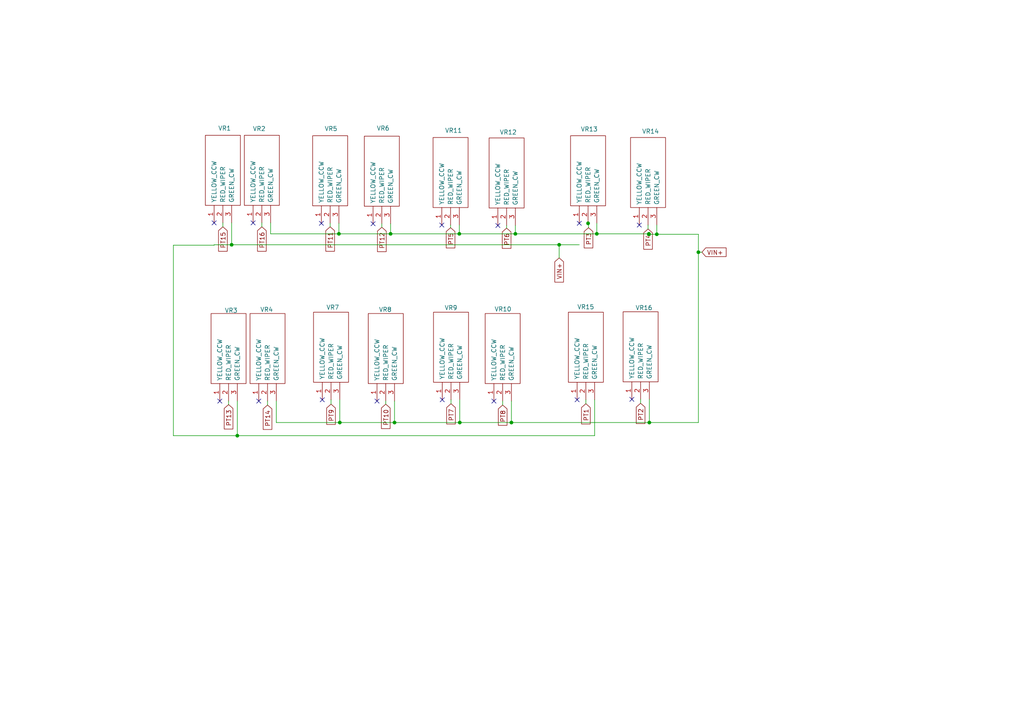
<source format=kicad_sch>
(kicad_sch (version 20211123) (generator eeschema)

  (uuid 2d72885e-c2bf-45ea-af0f-b23d215b9d25)

  (paper "A4")

  (lib_symbols
    (symbol "trimmer:3252W-1-503LF" (pin_names (offset 0.762)) (in_bom yes) (on_board yes)
      (property "Reference" "VR" (id 0) (at 26.67 7.62 0)
        (effects (font (size 1.27 1.27)) (justify left))
      )
      (property "Value" "3252W-1-503LF" (id 1) (at 26.67 5.08 0)
        (effects (font (size 1.27 1.27)) (justify left))
      )
      (property "Footprint" "3252W1503LF" (id 2) (at 26.67 2.54 0)
        (effects (font (size 1.27 1.27)) (justify left) hide)
      )
      (property "Datasheet" "https://www.bourns.com/pdfs/3252.pdf" (id 3) (at 26.67 0 0)
        (effects (font (size 1.27 1.27)) (justify left) hide)
      )
      (property "Description" "BOURNS - 3252W-1-503LF - TRIMMER, POTENTIOMETER, 50KOHM 25TURN TH" (id 4) (at 26.67 -2.54 0)
        (effects (font (size 1.27 1.27)) (justify left) hide)
      )
      (property "Height" "12.7" (id 5) (at 26.67 -5.08 0)
        (effects (font (size 1.27 1.27)) (justify left) hide)
      )
      (property "Manufacturer_Name" "Bourns" (id 6) (at 26.67 -7.62 0)
        (effects (font (size 1.27 1.27)) (justify left) hide)
      )
      (property "Manufacturer_Part_Number" "3252W-1-503LF" (id 7) (at 26.67 -10.16 0)
        (effects (font (size 1.27 1.27)) (justify left) hide)
      )
      (property "Mouser Part Number" "652-3252W-1-503LF" (id 8) (at 26.67 -12.7 0)
        (effects (font (size 1.27 1.27)) (justify left) hide)
      )
      (property "Mouser Price/Stock" "https://www.mouser.co.uk/ProductDetail/Bourns/3252W-1-503LF?qs=mR94Um7N%2F7aCbogdpEL4lQ%3D%3D" (id 9) (at 26.67 -15.24 0)
        (effects (font (size 1.27 1.27)) (justify left) hide)
      )
      (property "Arrow Part Number" "3252W-1-503LF" (id 10) (at 26.67 -17.78 0)
        (effects (font (size 1.27 1.27)) (justify left) hide)
      )
      (property "Arrow Price/Stock" "https://www.arrow.com/en/products/3252w-1-503lf/bourns" (id 11) (at 26.67 -20.32 0)
        (effects (font (size 1.27 1.27)) (justify left) hide)
      )
      (property "ki_description" "BOURNS - 3252W-1-503LF - TRIMMER, POTENTIOMETER, 50KOHM 25TURN TH" (id 12) (at 0 0 0)
        (effects (font (size 1.27 1.27)) hide)
      )
      (symbol "3252W-1-503LF_0_0"
        (pin passive line (at 0 0 0) (length 5.08)
          (name "YELLOW_CCW" (effects (font (size 1.27 1.27))))
          (number "1" (effects (font (size 1.27 1.27))))
        )
        (pin passive line (at 0 -2.54 0) (length 5.08)
          (name "RED_WIPER" (effects (font (size 1.27 1.27))))
          (number "2" (effects (font (size 1.27 1.27))))
        )
        (pin passive line (at 0 -5.08 0) (length 5.08)
          (name "GREEN_CW" (effects (font (size 1.27 1.27))))
          (number "3" (effects (font (size 1.27 1.27))))
        )
      )
      (symbol "3252W-1-503LF_0_1"
        (polyline
          (pts
            (xy 5.08 2.54)
            (xy 25.4 2.54)
            (xy 25.4 -7.62)
            (xy 5.08 -7.62)
            (xy 5.08 2.54)
          )
          (stroke (width 0.1524) (type default) (color 0 0 0 0))
          (fill (type none))
        )
      )
    )
  )

  (junction (at 114.427 122.555) (diameter 0) (color 0 0 0 0)
    (uuid 0c9e5c57-7f26-4043-9d24-2c54b66cd18b)
  )
  (junction (at 173.101 67.818) (diameter 0) (color 0 0 0 0)
    (uuid 1209638f-e15a-442e-bf79-0e56f0899bb6)
  )
  (junction (at 188.214 67.945) (diameter 0) (color 0 0 0 0)
    (uuid 24298eac-911b-4f87-9b0b-97341fe4e0d5)
  )
  (junction (at 98.552 122.555) (diameter 0) (color 0 0 0 0)
    (uuid 2c3e2ee2-d109-4e08-913a-27f8937870fd)
  )
  (junction (at 170.561 64.77) (diameter 0) (color 0 0 0 0)
    (uuid 3587bc16-b461-4434-a6b5-fcb195a392b7)
  )
  (junction (at 67.183 70.993) (diameter 0) (color 0 0 0 0)
    (uuid 516a6a53-3b28-4898-9fd1-5ceaf2969b8f)
  )
  (junction (at 98.298 67.818) (diameter 0) (color 0 0 0 0)
    (uuid 630aa7c5-2da7-475d-9b73-fb829e8f0856)
  )
  (junction (at 149.479 67.818) (diameter 0) (color 0 0 0 0)
    (uuid 64ce9d93-563c-4489-8ce7-fd744bbdcf9b)
  )
  (junction (at 162.179 70.993) (diameter 0) (color 0 0 0 0)
    (uuid 73168b4a-2372-4383-a016-89abfd833de8)
  )
  (junction (at 190.5 67.945) (diameter 0) (color 0 0 0 0)
    (uuid 77d19b7a-e39d-44b6-a4cb-c95cb26d4fdd)
  )
  (junction (at 188.341 122.555) (diameter 0) (color 0 0 0 0)
    (uuid 89ae8234-3caf-488f-8c06-6b036eab92e4)
  )
  (junction (at 113.284 67.818) (diameter 0) (color 0 0 0 0)
    (uuid 8a305908-e881-43c0-86be-82f31c76f115)
  )
  (junction (at 188.214 67.818) (diameter 0) (color 0 0 0 0)
    (uuid 8fa23a60-8b63-47ad-90c8-5c80ac836862)
  )
  (junction (at 133.223 67.818) (diameter 0) (color 0 0 0 0)
    (uuid adb8665d-afd7-455f-b680-3f55e0b5fd45)
  )
  (junction (at 148.336 122.555) (diameter 0) (color 0 0 0 0)
    (uuid c95e9887-ebf3-4e31-946c-ee49162eb8f7)
  )
  (junction (at 202.565 73.152) (diameter 0) (color 0 0 0 0)
    (uuid d9b3b3c3-9847-4a99-80a7-718941cfe89d)
  )
  (junction (at 133.35 122.555) (diameter 0) (color 0 0 0 0)
    (uuid ebf83e93-4020-4dfd-b742-c8dffee2d027)
  )
  (junction (at 68.834 126.365) (diameter 0) (color 0 0 0 0)
    (uuid ed1b8ead-5819-4c97-86c3-446cdf2603bd)
  )

  (no_connect (at 183.261 115.824) (uuid a25011a6-3baf-4a9e-8941-44fd674a7b2d))
  (no_connect (at 167.386 115.951) (uuid a25011a6-3baf-4a9e-8941-44fd674a7b2e))
  (no_connect (at 168.021 64.77) (uuid a25011a6-3baf-4a9e-8941-44fd674a7b2f))
  (no_connect (at 143.256 116.332) (uuid a25011a6-3baf-4a9e-8941-44fd674a7b30))
  (no_connect (at 144.399 65.405) (uuid a25011a6-3baf-4a9e-8941-44fd674a7b31))
  (no_connect (at 128.143 65.278) (uuid a25011a6-3baf-4a9e-8941-44fd674a7b32))
  (no_connect (at 185.42 65.278) (uuid a25011a6-3baf-4a9e-8941-44fd674a7b33))
  (no_connect (at 128.27 115.951) (uuid a25011a6-3baf-4a9e-8941-44fd674a7b34))
  (no_connect (at 75.057 116.332) (uuid a25011a6-3baf-4a9e-8941-44fd674a7b35))
  (no_connect (at 63.754 116.332) (uuid a25011a6-3baf-4a9e-8941-44fd674a7b36))
  (no_connect (at 109.347 116.332) (uuid a25011a6-3baf-4a9e-8941-44fd674a7b37))
  (no_connect (at 93.472 115.951) (uuid a25011a6-3baf-4a9e-8941-44fd674a7b38))
  (no_connect (at 62.103 64.643) (uuid a25011a6-3baf-4a9e-8941-44fd674a7b39))
  (no_connect (at 73.406 64.643) (uuid a25011a6-3baf-4a9e-8941-44fd674a7b3a))
  (no_connect (at 108.204 64.897) (uuid a25011a6-3baf-4a9e-8941-44fd674a7b3b))
  (no_connect (at 93.218 64.77) (uuid a25011a6-3baf-4a9e-8941-44fd674a7b3c))

  (wire (pts (xy 172.466 126.365) (xy 172.466 115.951))
    (stroke (width 0) (type default) (color 0 0 0 0))
    (uuid 05d5a887-8483-4c16-a0ec-056d53f4c3ec)
  )
  (wire (pts (xy 68.834 116.332) (xy 68.834 126.365))
    (stroke (width 0) (type default) (color 0 0 0 0))
    (uuid 05e09033-57d2-413c-9d93-6e7ac455b667)
  )
  (wire (pts (xy 68.834 126.365) (xy 172.466 126.365))
    (stroke (width 0) (type default) (color 0 0 0 0))
    (uuid 0a731020-e529-4169-8fc5-a2121246a97f)
  )
  (wire (pts (xy 173.101 67.818) (xy 188.214 67.818))
    (stroke (width 0) (type default) (color 0 0 0 0))
    (uuid 0a79a4ae-2aab-4a1c-a264-6d1ffa5e3018)
  )
  (wire (pts (xy 162.179 70.993) (xy 162.179 74.803))
    (stroke (width 0) (type default) (color 0 0 0 0))
    (uuid 0d5d8e10-d82f-49d0-b6d4-c32b649b3a76)
  )
  (wire (pts (xy 110.744 64.897) (xy 110.744 65.913))
    (stroke (width 0) (type default) (color 0 0 0 0))
    (uuid 10ff78b8-dc04-497a-b0af-650b864fb595)
  )
  (wire (pts (xy 169.926 115.951) (xy 169.926 117.094))
    (stroke (width 0) (type default) (color 0 0 0 0))
    (uuid 176e266b-af3d-4c6f-8333-4a862905a8ef)
  )
  (wire (pts (xy 130.81 115.951) (xy 130.81 117.094))
    (stroke (width 0) (type default) (color 0 0 0 0))
    (uuid 1e236586-c66f-412e-91b3-7895b50e00bf)
  )
  (wire (pts (xy 133.35 115.951) (xy 133.35 122.555))
    (stroke (width 0) (type default) (color 0 0 0 0))
    (uuid 23c214ba-00ac-48cf-92b3-b99e400412b8)
  )
  (wire (pts (xy 162.179 70.993) (xy 168.021 70.993))
    (stroke (width 0) (type default) (color 0 0 0 0))
    (uuid 256ced8d-05ed-4644-a3dd-d53f23635d63)
  )
  (wire (pts (xy 188.214 67.945) (xy 190.5 67.945))
    (stroke (width 0) (type default) (color 0 0 0 0))
    (uuid 26d013ab-4777-41c1-9a4c-dc939a53ad72)
  )
  (wire (pts (xy 148.336 122.555) (xy 188.341 122.555))
    (stroke (width 0) (type default) (color 0 0 0 0))
    (uuid 2cf01c24-e996-42b9-9bf5-e2c7514b5d7d)
  )
  (wire (pts (xy 133.35 122.555) (xy 148.336 122.555))
    (stroke (width 0) (type default) (color 0 0 0 0))
    (uuid 2f2b215e-441b-48da-ab38-07cdc32020b6)
  )
  (wire (pts (xy 50.292 71.12) (xy 50.292 126.365))
    (stroke (width 0) (type default) (color 0 0 0 0))
    (uuid 3213dd14-46de-4966-b768-7c12fb827b19)
  )
  (wire (pts (xy 77.597 116.332) (xy 77.597 117.475))
    (stroke (width 0) (type default) (color 0 0 0 0))
    (uuid 3614cd89-9ecf-4dc0-ab32-85a3ec7d9fa5)
  )
  (wire (pts (xy 114.427 116.332) (xy 114.427 122.555))
    (stroke (width 0) (type default) (color 0 0 0 0))
    (uuid 3a792986-4f0a-4dd9-81d2-ccb5581dff29)
  )
  (wire (pts (xy 149.479 67.818) (xy 149.479 65.405))
    (stroke (width 0) (type default) (color 0 0 0 0))
    (uuid 3fb61605-503c-4bd6-a325-a63b0eeb49da)
  )
  (wire (pts (xy 187.96 65.278) (xy 187.96 66.421))
    (stroke (width 0) (type default) (color 0 0 0 0))
    (uuid 4495d71f-7cf2-4937-a5f4-d2fcb57ef849)
  )
  (wire (pts (xy 145.796 116.332) (xy 145.796 117.475))
    (stroke (width 0) (type default) (color 0 0 0 0))
    (uuid 5003e115-7231-46b3-93d9-c2267ed5a1ff)
  )
  (wire (pts (xy 202.565 73.152) (xy 202.565 122.555))
    (stroke (width 0) (type default) (color 0 0 0 0))
    (uuid 5055e845-181c-42ce-88d9-bf48dddee763)
  )
  (wire (pts (xy 67.183 70.993) (xy 162.179 70.993))
    (stroke (width 0) (type default) (color 0 0 0 0))
    (uuid 50a5d536-de63-40c1-89ce-769c16884b31)
  )
  (wire (pts (xy 80.137 122.555) (xy 98.552 122.555))
    (stroke (width 0) (type default) (color 0 0 0 0))
    (uuid 5330c801-6636-401d-885e-8469495fe485)
  )
  (wire (pts (xy 62.103 70.993) (xy 67.183 70.993))
    (stroke (width 0) (type default) (color 0 0 0 0))
    (uuid 559c01e0-4ed6-4792-925b-9e325c0b7002)
  )
  (wire (pts (xy 64.643 64.643) (xy 64.643 65.786))
    (stroke (width 0) (type default) (color 0 0 0 0))
    (uuid 55f1c58b-815c-45e4-a50e-b796eaffbfe0)
  )
  (wire (pts (xy 130.683 65.278) (xy 130.683 66.04))
    (stroke (width 0) (type default) (color 0 0 0 0))
    (uuid 564db2a4-9240-4456-9198-f81b61197b55)
  )
  (wire (pts (xy 67.183 64.643) (xy 67.183 70.993))
    (stroke (width 0) (type default) (color 0 0 0 0))
    (uuid 56f99eb2-3b91-4366-a1d9-7a103d3cc463)
  )
  (wire (pts (xy 62.103 71.12) (xy 50.292 71.12))
    (stroke (width 0) (type default) (color 0 0 0 0))
    (uuid 5ad2ffae-c20a-435f-b43c-8fa1aa859efe)
  )
  (wire (pts (xy 80.137 116.332) (xy 80.137 122.555))
    (stroke (width 0) (type default) (color 0 0 0 0))
    (uuid 5bceac66-2968-43c6-aba8-25b8f1d5363c)
  )
  (wire (pts (xy 202.565 73.152) (xy 203.581 73.152))
    (stroke (width 0) (type default) (color 0 0 0 0))
    (uuid 60f9c3fc-08ba-4fe8-a155-9fa5a6bba730)
  )
  (wire (pts (xy 98.298 64.77) (xy 98.298 67.818))
    (stroke (width 0) (type default) (color 0 0 0 0))
    (uuid 66b7fcff-b789-4aed-b54b-a382cf7f55cc)
  )
  (wire (pts (xy 113.284 64.897) (xy 113.284 67.818))
    (stroke (width 0) (type default) (color 0 0 0 0))
    (uuid 6b7b01ae-15ab-499e-92e8-ef2028843534)
  )
  (wire (pts (xy 188.341 115.824) (xy 188.341 122.555))
    (stroke (width 0) (type default) (color 0 0 0 0))
    (uuid 714f9cb8-a244-4670-a7fe-6b7565e920da)
  )
  (wire (pts (xy 50.292 126.365) (xy 68.834 126.365))
    (stroke (width 0) (type default) (color 0 0 0 0))
    (uuid 765e5948-06d6-4e70-b400-2c819dcb274b)
  )
  (wire (pts (xy 66.294 116.332) (xy 66.294 117.348))
    (stroke (width 0) (type default) (color 0 0 0 0))
    (uuid 7db4987e-7ffd-439c-828e-d22b66245b50)
  )
  (wire (pts (xy 62.103 70.993) (xy 62.103 71.12))
    (stroke (width 0) (type default) (color 0 0 0 0))
    (uuid 7e1cffcc-17c4-4fba-a386-f0983a5caf5d)
  )
  (wire (pts (xy 148.336 116.332) (xy 148.336 122.555))
    (stroke (width 0) (type default) (color 0 0 0 0))
    (uuid 8497b9be-21a4-4331-8176-8c2b02e66166)
  )
  (wire (pts (xy 114.427 122.555) (xy 133.35 122.555))
    (stroke (width 0) (type default) (color 0 0 0 0))
    (uuid 886fdb7c-e153-49bc-8b2d-a01625bac96b)
  )
  (wire (pts (xy 111.887 116.332) (xy 111.887 117.221))
    (stroke (width 0) (type default) (color 0 0 0 0))
    (uuid 88c9507a-2a83-4a19-9b2f-063c2ae893b6)
  )
  (wire (pts (xy 75.946 64.643) (xy 75.946 65.786))
    (stroke (width 0) (type default) (color 0 0 0 0))
    (uuid 89eec31c-c380-41d9-99a4-42341251cc42)
  )
  (wire (pts (xy 98.298 67.818) (xy 113.284 67.818))
    (stroke (width 0) (type default) (color 0 0 0 0))
    (uuid 9561b3c8-bf7b-4dfc-8a51-f5085bfa9715)
  )
  (wire (pts (xy 95.758 64.77) (xy 95.758 65.786))
    (stroke (width 0) (type default) (color 0 0 0 0))
    (uuid 96f1044c-ff78-4599-9be0-3d39fa0b4a87)
  )
  (wire (pts (xy 188.214 67.818) (xy 188.214 67.945))
    (stroke (width 0) (type default) (color 0 0 0 0))
    (uuid 999e66c8-ccf2-4192-a428-7ef6a9d9a0f6)
  )
  (wire (pts (xy 149.479 67.818) (xy 173.101 67.818))
    (stroke (width 0) (type default) (color 0 0 0 0))
    (uuid 9ae85a8a-51ac-4ad5-974a-09515fd6e05c)
  )
  (wire (pts (xy 190.5 67.945) (xy 202.565 67.945))
    (stroke (width 0) (type default) (color 0 0 0 0))
    (uuid a14c246d-7dd7-4ee7-ad1d-013ff4026aaa)
  )
  (wire (pts (xy 113.284 67.818) (xy 133.223 67.818))
    (stroke (width 0) (type default) (color 0 0 0 0))
    (uuid a5804fb9-8f73-4439-bd23-00841293202c)
  )
  (wire (pts (xy 202.565 122.555) (xy 188.341 122.555))
    (stroke (width 0) (type default) (color 0 0 0 0))
    (uuid a6d69f91-996c-4c6f-b37f-d97c7d542e63)
  )
  (wire (pts (xy 133.223 67.818) (xy 149.479 67.818))
    (stroke (width 0) (type default) (color 0 0 0 0))
    (uuid ae463415-34b0-422b-a68b-5bd5e333db50)
  )
  (wire (pts (xy 133.223 65.278) (xy 133.223 67.818))
    (stroke (width 0) (type default) (color 0 0 0 0))
    (uuid c3ad3788-f36b-484c-8252-fd09fb229e7c)
  )
  (wire (pts (xy 78.486 64.643) (xy 78.486 67.818))
    (stroke (width 0) (type default) (color 0 0 0 0))
    (uuid c83f35f8-e49f-48b0-a02b-42f196e0d71d)
  )
  (wire (pts (xy 170.688 66.04) (xy 170.688 64.77))
    (stroke (width 0) (type default) (color 0 0 0 0))
    (uuid cb8de035-ed06-4976-9735-5ec9b126adfe)
  )
  (wire (pts (xy 78.486 67.818) (xy 98.298 67.818))
    (stroke (width 0) (type default) (color 0 0 0 0))
    (uuid d0eb80bd-e8a3-43d3-b1ba-d44b6e50f949)
  )
  (wire (pts (xy 190.5 65.278) (xy 190.5 67.945))
    (stroke (width 0) (type default) (color 0 0 0 0))
    (uuid decdd8fa-a8a3-4ae0-a56e-a0fdb03af4c3)
  )
  (wire (pts (xy 96.012 115.951) (xy 96.012 117.221))
    (stroke (width 0) (type default) (color 0 0 0 0))
    (uuid ed36d888-5331-4534-8c89-871e6af2d57e)
  )
  (wire (pts (xy 146.939 65.405) (xy 146.939 66.167))
    (stroke (width 0) (type default) (color 0 0 0 0))
    (uuid f0ff33a9-5f12-494f-9c44-416b33acc3a7)
  )
  (wire (pts (xy 185.801 115.824) (xy 185.801 116.967))
    (stroke (width 0) (type default) (color 0 0 0 0))
    (uuid f219313a-1e51-465e-95d4-49902f6b3844)
  )
  (wire (pts (xy 98.552 115.951) (xy 98.552 122.555))
    (stroke (width 0) (type default) (color 0 0 0 0))
    (uuid f3a9e11d-1266-43a1-b41c-4547cd0a0b6d)
  )
  (wire (pts (xy 170.688 64.77) (xy 170.561 64.77))
    (stroke (width 0) (type default) (color 0 0 0 0))
    (uuid f3b9d2ef-c977-4cdb-bf9e-a418deb3d5e0)
  )
  (wire (pts (xy 202.565 67.945) (xy 202.565 73.152))
    (stroke (width 0) (type default) (color 0 0 0 0))
    (uuid f8f067f1-ba3b-4fa3-a444-6e27bdfa0adb)
  )
  (wire (pts (xy 98.552 122.555) (xy 114.427 122.555))
    (stroke (width 0) (type default) (color 0 0 0 0))
    (uuid fbe2c2e7-ede7-4256-b595-1ed7cf4aa428)
  )
  (wire (pts (xy 173.101 64.77) (xy 173.101 67.818))
    (stroke (width 0) (type default) (color 0 0 0 0))
    (uuid fd962795-b6c9-4dca-8d47-c8f3192550b8)
  )

  (global_label "VIN+" (shape input) (at 203.581 73.152 0) (fields_autoplaced)
    (effects (font (size 1.27 1.27)) (justify left))
    (uuid 16b07789-d0a3-4606-89ed-bbdd24b4add8)
    (property "Intersheet References" "${INTERSHEET_REFS}" (id 0) (at 210.5903 73.0726 0)
      (effects (font (size 1.27 1.27)) (justify left) hide)
    )
  )
  (global_label "VIN+" (shape input) (at 162.179 74.803 270) (fields_autoplaced)
    (effects (font (size 1.27 1.27)) (justify right))
    (uuid 29d9b000-3547-484c-b648-505036dbb3b4)
    (property "Intersheet References" "${INTERSHEET_REFS}" (id 0) (at 162.2584 81.8123 90)
      (effects (font (size 1.27 1.27)) (justify right) hide)
    )
  )
  (global_label "PT11" (shape input) (at 95.758 65.786 270) (fields_autoplaced)
    (effects (font (size 1.27 1.27)) (justify right))
    (uuid 36fc6686-16c5-4c86-a670-e85728acbdb9)
    (property "Intersheet References" "${INTERSHEET_REFS}" (id 0) (at 95.6786 72.8558 90)
      (effects (font (size 1.27 1.27)) (justify right) hide)
    )
  )
  (global_label "PT5" (shape input) (at 130.683 66.04 270) (fields_autoplaced)
    (effects (font (size 1.27 1.27)) (justify right))
    (uuid 5237de27-1dc9-4925-bac0-aafac08649db)
    (property "Intersheet References" "${INTERSHEET_REFS}" (id 0) (at 130.6036 71.9002 90)
      (effects (font (size 1.27 1.27)) (justify right) hide)
    )
  )
  (global_label "PT7" (shape input) (at 130.81 117.094 270) (fields_autoplaced)
    (effects (font (size 1.27 1.27)) (justify right))
    (uuid 60b9bb9b-f3c8-47e8-a5de-0da587a2838f)
    (property "Intersheet References" "${INTERSHEET_REFS}" (id 0) (at 130.7306 122.9542 90)
      (effects (font (size 1.27 1.27)) (justify right) hide)
    )
  )
  (global_label "PT3" (shape input) (at 170.688 66.04 270) (fields_autoplaced)
    (effects (font (size 1.27 1.27)) (justify right))
    (uuid 680a4773-1fca-44ad-9986-38683ca39c7e)
    (property "Intersheet References" "${INTERSHEET_REFS}" (id 0) (at 170.6086 71.9002 90)
      (effects (font (size 1.27 1.27)) (justify right) hide)
    )
  )
  (global_label "PT6" (shape input) (at 146.939 66.167 270) (fields_autoplaced)
    (effects (font (size 1.27 1.27)) (justify right))
    (uuid 6f9f070b-3470-44e2-8f58-21a20f800bbc)
    (property "Intersheet References" "${INTERSHEET_REFS}" (id 0) (at 146.8596 72.0272 90)
      (effects (font (size 1.27 1.27)) (justify right) hide)
    )
  )
  (global_label "PT16" (shape input) (at 75.946 65.786 270) (fields_autoplaced)
    (effects (font (size 1.27 1.27)) (justify right))
    (uuid 7551c19f-1ef6-4190-be35-d89f4bc2685b)
    (property "Intersheet References" "${INTERSHEET_REFS}" (id 0) (at 75.8666 72.8558 90)
      (effects (font (size 1.27 1.27)) (justify right) hide)
    )
  )
  (global_label "PT13" (shape input) (at 66.294 117.348 270) (fields_autoplaced)
    (effects (font (size 1.27 1.27)) (justify right))
    (uuid 80248707-0a8d-45a2-93ad-1051adfb898e)
    (property "Intersheet References" "${INTERSHEET_REFS}" (id 0) (at 66.2146 124.4178 90)
      (effects (font (size 1.27 1.27)) (justify right) hide)
    )
  )
  (global_label "PT10" (shape input) (at 111.887 117.221 270) (fields_autoplaced)
    (effects (font (size 1.27 1.27)) (justify right))
    (uuid 84ae91a0-6bcc-4dd3-96f4-69251d2571d2)
    (property "Intersheet References" "${INTERSHEET_REFS}" (id 0) (at 111.8076 124.2908 90)
      (effects (font (size 1.27 1.27)) (justify right) hide)
    )
  )
  (global_label "PT4" (shape input) (at 187.96 66.421 270) (fields_autoplaced)
    (effects (font (size 1.27 1.27)) (justify right))
    (uuid 886f5e30-3ec8-412d-b990-8617db33def6)
    (property "Intersheet References" "${INTERSHEET_REFS}" (id 0) (at 187.8806 72.2812 90)
      (effects (font (size 1.27 1.27)) (justify right) hide)
    )
  )
  (global_label "PT15" (shape input) (at 64.643 65.786 270) (fields_autoplaced)
    (effects (font (size 1.27 1.27)) (justify right))
    (uuid 93c5c7f0-2dc6-44ec-b1a6-86f5eb618e7d)
    (property "Intersheet References" "${INTERSHEET_REFS}" (id 0) (at 64.5636 72.8558 90)
      (effects (font (size 1.27 1.27)) (justify right) hide)
    )
  )
  (global_label "PT14" (shape input) (at 77.597 117.475 270) (fields_autoplaced)
    (effects (font (size 1.27 1.27)) (justify right))
    (uuid 97651827-cdef-45f0-9cb8-de3cdc699a4e)
    (property "Intersheet References" "${INTERSHEET_REFS}" (id 0) (at 77.5176 124.5448 90)
      (effects (font (size 1.27 1.27)) (justify right) hide)
    )
  )
  (global_label "PT8" (shape input) (at 145.796 117.475 270) (fields_autoplaced)
    (effects (font (size 1.27 1.27)) (justify right))
    (uuid a48f26a0-7709-4f63-bae8-7a05c4e18a8c)
    (property "Intersheet References" "${INTERSHEET_REFS}" (id 0) (at 145.7166 123.3352 90)
      (effects (font (size 1.27 1.27)) (justify right) hide)
    )
  )
  (global_label "PT2" (shape input) (at 185.801 116.967 270) (fields_autoplaced)
    (effects (font (size 1.27 1.27)) (justify right))
    (uuid a4a447c3-5713-4c49-a96e-11888818aa27)
    (property "Intersheet References" "${INTERSHEET_REFS}" (id 0) (at 185.7216 122.8272 90)
      (effects (font (size 1.27 1.27)) (justify right) hide)
    )
  )
  (global_label "PT1" (shape input) (at 169.926 117.094 270) (fields_autoplaced)
    (effects (font (size 1.27 1.27)) (justify right))
    (uuid adfa4838-685a-4725-99ae-0e0e13b5f1a6)
    (property "Intersheet References" "${INTERSHEET_REFS}" (id 0) (at 169.8466 122.9542 90)
      (effects (font (size 1.27 1.27)) (justify right) hide)
    )
  )
  (global_label "PT12" (shape input) (at 110.744 65.913 270) (fields_autoplaced)
    (effects (font (size 1.27 1.27)) (justify right))
    (uuid e2b4b49b-0ee9-47b4-83e0-1ee8dbd4b142)
    (property "Intersheet References" "${INTERSHEET_REFS}" (id 0) (at 110.6646 72.9828 90)
      (effects (font (size 1.27 1.27)) (justify right) hide)
    )
  )
  (global_label "PT9" (shape input) (at 96.012 117.221 270) (fields_autoplaced)
    (effects (font (size 1.27 1.27)) (justify right))
    (uuid fc02a893-835c-4827-83e2-8cb7a1d42bda)
    (property "Intersheet References" "${INTERSHEET_REFS}" (id 0) (at 95.9326 123.0812 90)
      (effects (font (size 1.27 1.27)) (justify right) hide)
    )
  )

  (symbol (lib_id "trimmer:3252W-1-503LF") (at 183.261 115.824 90) (unit 1)
    (in_bom yes) (on_board yes)
    (uuid 03f0df15-1c3a-4718-95cf-dd0f05521a72)
    (property "Reference" "VR16" (id 0) (at 184.277 89.281 90)
      (effects (font (size 1.27 1.27)) (justify right))
    )
    (property "Value" "3252W-1-503LF" (id 1) (at 191.77 101.8539 90)
      (effects (font (size 1.27 1.27)) (justify right) hide)
    )
    (property "Footprint" "Audio_Module:3252W1503LF" (id 2) (at 180.721 89.154 0)
      (effects (font (size 1.27 1.27)) (justify left) hide)
    )
    (property "Datasheet" "https://www.bourns.com/pdfs/3252.pdf" (id 3) (at 183.261 89.154 0)
      (effects (font (size 1.27 1.27)) (justify left) hide)
    )
    (property "Description" "BOURNS - 3252W-1-503LF - TRIMMER, POTENTIOMETER, 50KOHM 25TURN TH" (id 4) (at 185.801 89.154 0)
      (effects (font (size 1.27 1.27)) (justify left) hide)
    )
    (property "Height" "12.7" (id 5) (at 188.341 89.154 0)
      (effects (font (size 1.27 1.27)) (justify left) hide)
    )
    (property "Manufacturer_Name" "Bourns" (id 6) (at 190.881 89.154 0)
      (effects (font (size 1.27 1.27)) (justify left) hide)
    )
    (property "Manufacturer_Part_Number" "3252W-1-503LF" (id 7) (at 193.421 89.154 0)
      (effects (font (size 1.27 1.27)) (justify left) hide)
    )
    (property "Mouser Part Number" "652-3252W-1-503LF" (id 8) (at 195.961 89.154 0)
      (effects (font (size 1.27 1.27)) (justify left) hide)
    )
    (property "Mouser Price/Stock" "https://www.mouser.co.uk/ProductDetail/Bourns/3252W-1-503LF?qs=mR94Um7N%2F7aCbogdpEL4lQ%3D%3D" (id 9) (at 198.501 89.154 0)
      (effects (font (size 1.27 1.27)) (justify left) hide)
    )
    (property "Arrow Part Number" "3252W-1-503LF" (id 10) (at 201.041 89.154 0)
      (effects (font (size 1.27 1.27)) (justify left) hide)
    )
    (property "Arrow Price/Stock" "https://www.arrow.com/en/products/3252w-1-503lf/bourns" (id 11) (at 203.581 89.154 0)
      (effects (font (size 1.27 1.27)) (justify left) hide)
    )
    (pin "1" (uuid fb2ddb78-9ed2-4a2e-afa2-a0b96280d623))
    (pin "2" (uuid 96890646-9b02-4188-95ce-cfea68346ba5))
    (pin "3" (uuid b090e785-24f9-4049-b96f-bcb59fde3e65))
  )

  (symbol (lib_id "trimmer:3252W-1-503LF") (at 128.27 115.951 90) (unit 1)
    (in_bom yes) (on_board yes)
    (uuid 0432bb69-d622-458b-8a94-71df46a9b1e0)
    (property "Reference" "VR9" (id 0) (at 128.905 89.281 90)
      (effects (font (size 1.27 1.27)) (justify right))
    )
    (property "Value" "3252W-1-503LF" (id 1) (at 136.779 101.9809 90)
      (effects (font (size 1.27 1.27)) (justify right) hide)
    )
    (property "Footprint" "Audio_Module:3252W1503LF" (id 2) (at 125.73 89.281 0)
      (effects (font (size 1.27 1.27)) (justify left) hide)
    )
    (property "Datasheet" "https://www.bourns.com/pdfs/3252.pdf" (id 3) (at 128.27 89.281 0)
      (effects (font (size 1.27 1.27)) (justify left) hide)
    )
    (property "Description" "BOURNS - 3252W-1-503LF - TRIMMER, POTENTIOMETER, 50KOHM 25TURN TH" (id 4) (at 130.81 89.281 0)
      (effects (font (size 1.27 1.27)) (justify left) hide)
    )
    (property "Height" "12.7" (id 5) (at 133.35 89.281 0)
      (effects (font (size 1.27 1.27)) (justify left) hide)
    )
    (property "Manufacturer_Name" "Bourns" (id 6) (at 135.89 89.281 0)
      (effects (font (size 1.27 1.27)) (justify left) hide)
    )
    (property "Manufacturer_Part_Number" "3252W-1-503LF" (id 7) (at 138.43 89.281 0)
      (effects (font (size 1.27 1.27)) (justify left) hide)
    )
    (property "Mouser Part Number" "652-3252W-1-503LF" (id 8) (at 140.97 89.281 0)
      (effects (font (size 1.27 1.27)) (justify left) hide)
    )
    (property "Mouser Price/Stock" "https://www.mouser.co.uk/ProductDetail/Bourns/3252W-1-503LF?qs=mR94Um7N%2F7aCbogdpEL4lQ%3D%3D" (id 9) (at 143.51 89.281 0)
      (effects (font (size 1.27 1.27)) (justify left) hide)
    )
    (property "Arrow Part Number" "3252W-1-503LF" (id 10) (at 146.05 89.281 0)
      (effects (font (size 1.27 1.27)) (justify left) hide)
    )
    (property "Arrow Price/Stock" "https://www.arrow.com/en/products/3252w-1-503lf/bourns" (id 11) (at 148.59 89.281 0)
      (effects (font (size 1.27 1.27)) (justify left) hide)
    )
    (pin "1" (uuid ad86980e-a607-490c-b7e5-aeafcd07f94b))
    (pin "2" (uuid 053a5c9d-e86b-4786-9444-0c0773c34747))
    (pin "3" (uuid 95e51bc0-14a9-4478-b33e-d74083b54001))
  )

  (symbol (lib_id "trimmer:3252W-1-503LF") (at 75.057 116.332 90) (unit 1)
    (in_bom yes) (on_board yes)
    (uuid 41a0d8fe-0e47-48c1-9ed1-b138a007693e)
    (property "Reference" "VR4" (id 0) (at 75.438 89.789 90)
      (effects (font (size 1.27 1.27)) (justify right))
    )
    (property "Value" "3252W-1-503LF" (id 1) (at 83.566 102.3619 90)
      (effects (font (size 1.27 1.27)) (justify right) hide)
    )
    (property "Footprint" "Audio_Module:3252W1503LF" (id 2) (at 72.517 89.662 0)
      (effects (font (size 1.27 1.27)) (justify left) hide)
    )
    (property "Datasheet" "https://www.bourns.com/pdfs/3252.pdf" (id 3) (at 75.057 89.662 0)
      (effects (font (size 1.27 1.27)) (justify left) hide)
    )
    (property "Description" "BOURNS - 3252W-1-503LF - TRIMMER, POTENTIOMETER, 50KOHM 25TURN TH" (id 4) (at 77.597 89.662 0)
      (effects (font (size 1.27 1.27)) (justify left) hide)
    )
    (property "Height" "12.7" (id 5) (at 80.137 89.662 0)
      (effects (font (size 1.27 1.27)) (justify left) hide)
    )
    (property "Manufacturer_Name" "Bourns" (id 6) (at 82.677 89.662 0)
      (effects (font (size 1.27 1.27)) (justify left) hide)
    )
    (property "Manufacturer_Part_Number" "3252W-1-503LF" (id 7) (at 85.217 89.662 0)
      (effects (font (size 1.27 1.27)) (justify left) hide)
    )
    (property "Mouser Part Number" "652-3252W-1-503LF" (id 8) (at 87.757 89.662 0)
      (effects (font (size 1.27 1.27)) (justify left) hide)
    )
    (property "Mouser Price/Stock" "https://www.mouser.co.uk/ProductDetail/Bourns/3252W-1-503LF?qs=mR94Um7N%2F7aCbogdpEL4lQ%3D%3D" (id 9) (at 90.297 89.662 0)
      (effects (font (size 1.27 1.27)) (justify left) hide)
    )
    (property "Arrow Part Number" "3252W-1-503LF" (id 10) (at 92.837 89.662 0)
      (effects (font (size 1.27 1.27)) (justify left) hide)
    )
    (property "Arrow Price/Stock" "https://www.arrow.com/en/products/3252w-1-503lf/bourns" (id 11) (at 95.377 89.662 0)
      (effects (font (size 1.27 1.27)) (justify left) hide)
    )
    (pin "1" (uuid 6e881f73-7bc6-4cea-abbc-7c64db8d23c3))
    (pin "2" (uuid 7c5f5024-ce1a-4a86-9422-0491d6c233e2))
    (pin "3" (uuid 0b855d15-3b89-4128-b22d-eb4c755c53f6))
  )

  (symbol (lib_id "trimmer:3252W-1-503LF") (at 93.472 115.951 90) (unit 1)
    (in_bom yes) (on_board yes)
    (uuid 5feb516c-25e3-496c-b9fa-3ab982189e74)
    (property "Reference" "VR7" (id 0) (at 94.615 89.154 90)
      (effects (font (size 1.27 1.27)) (justify right))
    )
    (property "Value" "3252W-1-503LF" (id 1) (at 101.981 101.9809 90)
      (effects (font (size 1.27 1.27)) (justify right) hide)
    )
    (property "Footprint" "Audio_Module:3252W1503LF" (id 2) (at 90.932 89.281 0)
      (effects (font (size 1.27 1.27)) (justify left) hide)
    )
    (property "Datasheet" "https://www.bourns.com/pdfs/3252.pdf" (id 3) (at 93.472 89.281 0)
      (effects (font (size 1.27 1.27)) (justify left) hide)
    )
    (property "Description" "BOURNS - 3252W-1-503LF - TRIMMER, POTENTIOMETER, 50KOHM 25TURN TH" (id 4) (at 96.012 89.281 0)
      (effects (font (size 1.27 1.27)) (justify left) hide)
    )
    (property "Height" "12.7" (id 5) (at 98.552 89.281 0)
      (effects (font (size 1.27 1.27)) (justify left) hide)
    )
    (property "Manufacturer_Name" "Bourns" (id 6) (at 101.092 89.281 0)
      (effects (font (size 1.27 1.27)) (justify left) hide)
    )
    (property "Manufacturer_Part_Number" "3252W-1-503LF" (id 7) (at 103.632 89.281 0)
      (effects (font (size 1.27 1.27)) (justify left) hide)
    )
    (property "Mouser Part Number" "652-3252W-1-503LF" (id 8) (at 106.172 89.281 0)
      (effects (font (size 1.27 1.27)) (justify left) hide)
    )
    (property "Mouser Price/Stock" "https://www.mouser.co.uk/ProductDetail/Bourns/3252W-1-503LF?qs=mR94Um7N%2F7aCbogdpEL4lQ%3D%3D" (id 9) (at 108.712 89.281 0)
      (effects (font (size 1.27 1.27)) (justify left) hide)
    )
    (property "Arrow Part Number" "3252W-1-503LF" (id 10) (at 111.252 89.281 0)
      (effects (font (size 1.27 1.27)) (justify left) hide)
    )
    (property "Arrow Price/Stock" "https://www.arrow.com/en/products/3252w-1-503lf/bourns" (id 11) (at 113.792 89.281 0)
      (effects (font (size 1.27 1.27)) (justify left) hide)
    )
    (pin "1" (uuid 6608cd17-324d-414f-9936-bd465025a272))
    (pin "2" (uuid ac5a608d-1aa5-495c-aea5-f64f45bfc71a))
    (pin "3" (uuid 6d3389b5-d23f-4b0f-86fe-c684a8f5d846))
  )

  (symbol (lib_id "trimmer:3252W-1-503LF") (at 144.399 65.405 90) (unit 1)
    (in_bom yes) (on_board yes)
    (uuid 7313e786-4eac-4f96-a6b9-cef10b47a7b8)
    (property "Reference" "VR12" (id 0) (at 144.907 38.354 90)
      (effects (font (size 1.27 1.27)) (justify right))
    )
    (property "Value" "3252W-1-503LF" (id 1) (at 152.908 51.4349 90)
      (effects (font (size 1.27 1.27)) (justify right) hide)
    )
    (property "Footprint" "Audio_Module:3252W1503LF" (id 2) (at 141.859 38.735 0)
      (effects (font (size 1.27 1.27)) (justify left) hide)
    )
    (property "Datasheet" "https://www.bourns.com/pdfs/3252.pdf" (id 3) (at 144.399 38.735 0)
      (effects (font (size 1.27 1.27)) (justify left) hide)
    )
    (property "Description" "BOURNS - 3252W-1-503LF - TRIMMER, POTENTIOMETER, 50KOHM 25TURN TH" (id 4) (at 146.939 38.735 0)
      (effects (font (size 1.27 1.27)) (justify left) hide)
    )
    (property "Height" "12.7" (id 5) (at 149.479 38.735 0)
      (effects (font (size 1.27 1.27)) (justify left) hide)
    )
    (property "Manufacturer_Name" "Bourns" (id 6) (at 152.019 38.735 0)
      (effects (font (size 1.27 1.27)) (justify left) hide)
    )
    (property "Manufacturer_Part_Number" "3252W-1-503LF" (id 7) (at 154.559 38.735 0)
      (effects (font (size 1.27 1.27)) (justify left) hide)
    )
    (property "Mouser Part Number" "652-3252W-1-503LF" (id 8) (at 157.099 38.735 0)
      (effects (font (size 1.27 1.27)) (justify left) hide)
    )
    (property "Mouser Price/Stock" "https://www.mouser.co.uk/ProductDetail/Bourns/3252W-1-503LF?qs=mR94Um7N%2F7aCbogdpEL4lQ%3D%3D" (id 9) (at 159.639 38.735 0)
      (effects (font (size 1.27 1.27)) (justify left) hide)
    )
    (property "Arrow Part Number" "3252W-1-503LF" (id 10) (at 162.179 38.735 0)
      (effects (font (size 1.27 1.27)) (justify left) hide)
    )
    (property "Arrow Price/Stock" "https://www.arrow.com/en/products/3252w-1-503lf/bourns" (id 11) (at 164.719 38.735 0)
      (effects (font (size 1.27 1.27)) (justify left) hide)
    )
    (pin "1" (uuid 0b36b9bf-b1e5-433d-b23c-e42da37d646b))
    (pin "2" (uuid f4f2eb76-5636-4a98-b89b-8cea9355d1a6))
    (pin "3" (uuid 63d46729-fcf6-402e-8a40-486140ce4487))
  )

  (symbol (lib_id "trimmer:3252W-1-503LF") (at 62.103 64.643 90) (unit 1)
    (in_bom yes) (on_board yes)
    (uuid 739ae15b-2b61-492d-912b-fc1c3f3d3c96)
    (property "Reference" "VR1" (id 0) (at 63.246 37.211 90)
      (effects (font (size 1.27 1.27)) (justify right))
    )
    (property "Value" "3252W-1-503LF" (id 1) (at 70.612 50.6729 90)
      (effects (font (size 1.27 1.27)) (justify right) hide)
    )
    (property "Footprint" "Audio_Module:3252W1503LF" (id 2) (at 59.563 37.973 0)
      (effects (font (size 1.27 1.27)) (justify left) hide)
    )
    (property "Datasheet" "https://www.bourns.com/pdfs/3252.pdf" (id 3) (at 62.103 37.973 0)
      (effects (font (size 1.27 1.27)) (justify left) hide)
    )
    (property "Description" "BOURNS - 3252W-1-503LF - TRIMMER, POTENTIOMETER, 50KOHM 25TURN TH" (id 4) (at 64.643 37.973 0)
      (effects (font (size 1.27 1.27)) (justify left) hide)
    )
    (property "Height" "12.7" (id 5) (at 67.183 37.973 0)
      (effects (font (size 1.27 1.27)) (justify left) hide)
    )
    (property "Manufacturer_Name" "Bourns" (id 6) (at 69.723 37.973 0)
      (effects (font (size 1.27 1.27)) (justify left) hide)
    )
    (property "Manufacturer_Part_Number" "3252W-1-503LF" (id 7) (at 72.263 37.973 0)
      (effects (font (size 1.27 1.27)) (justify left) hide)
    )
    (property "Mouser Part Number" "652-3252W-1-503LF" (id 8) (at 74.803 37.973 0)
      (effects (font (size 1.27 1.27)) (justify left) hide)
    )
    (property "Mouser Price/Stock" "https://www.mouser.co.uk/ProductDetail/Bourns/3252W-1-503LF?qs=mR94Um7N%2F7aCbogdpEL4lQ%3D%3D" (id 9) (at 77.343 37.973 0)
      (effects (font (size 1.27 1.27)) (justify left) hide)
    )
    (property "Arrow Part Number" "3252W-1-503LF" (id 10) (at 79.883 37.973 0)
      (effects (font (size 1.27 1.27)) (justify left) hide)
    )
    (property "Arrow Price/Stock" "https://www.arrow.com/en/products/3252w-1-503lf/bourns" (id 11) (at 82.423 37.973 0)
      (effects (font (size 1.27 1.27)) (justify left) hide)
    )
    (pin "1" (uuid bcf0453a-7b3d-423b-9a7a-ddf94fd84392))
    (pin "2" (uuid 5dc0b5cd-b8aa-4980-9715-9bb656adee6c))
    (pin "3" (uuid 8e13cafd-ae31-49b5-a5fa-f4a3dd07dd61))
  )

  (symbol (lib_id "trimmer:3252W-1-503LF") (at 168.021 64.77 90) (unit 1)
    (in_bom yes) (on_board yes)
    (uuid 7eee4bdd-49ab-40f3-a5ed-37760c5ffacc)
    (property "Reference" "VR13" (id 0) (at 168.402 37.465 90)
      (effects (font (size 1.27 1.27)) (justify right))
    )
    (property "Value" "3252W-1-503LF" (id 1) (at 176.53 50.7999 90)
      (effects (font (size 1.27 1.27)) (justify right) hide)
    )
    (property "Footprint" "Audio_Module:3252W1503LF" (id 2) (at 165.481 38.1 0)
      (effects (font (size 1.27 1.27)) (justify left) hide)
    )
    (property "Datasheet" "https://www.bourns.com/pdfs/3252.pdf" (id 3) (at 168.021 38.1 0)
      (effects (font (size 1.27 1.27)) (justify left) hide)
    )
    (property "Description" "BOURNS - 3252W-1-503LF - TRIMMER, POTENTIOMETER, 50KOHM 25TURN TH" (id 4) (at 170.561 38.1 0)
      (effects (font (size 1.27 1.27)) (justify left) hide)
    )
    (property "Height" "12.7" (id 5) (at 173.101 38.1 0)
      (effects (font (size 1.27 1.27)) (justify left) hide)
    )
    (property "Manufacturer_Name" "Bourns" (id 6) (at 175.641 38.1 0)
      (effects (font (size 1.27 1.27)) (justify left) hide)
    )
    (property "Manufacturer_Part_Number" "3252W-1-503LF" (id 7) (at 178.181 38.1 0)
      (effects (font (size 1.27 1.27)) (justify left) hide)
    )
    (property "Mouser Part Number" "652-3252W-1-503LF" (id 8) (at 180.721 38.1 0)
      (effects (font (size 1.27 1.27)) (justify left) hide)
    )
    (property "Mouser Price/Stock" "https://www.mouser.co.uk/ProductDetail/Bourns/3252W-1-503LF?qs=mR94Um7N%2F7aCbogdpEL4lQ%3D%3D" (id 9) (at 183.261 38.1 0)
      (effects (font (size 1.27 1.27)) (justify left) hide)
    )
    (property "Arrow Part Number" "3252W-1-503LF" (id 10) (at 185.801 38.1 0)
      (effects (font (size 1.27 1.27)) (justify left) hide)
    )
    (property "Arrow Price/Stock" "https://www.arrow.com/en/products/3252w-1-503lf/bourns" (id 11) (at 188.341 38.1 0)
      (effects (font (size 1.27 1.27)) (justify left) hide)
    )
    (pin "1" (uuid 82aa2dda-d864-466a-bcf2-8743fa0005ce))
    (pin "2" (uuid 3feb813a-4f07-44f3-9987-c191bf94df76))
    (pin "3" (uuid 35e6b14c-4b4d-42f9-b287-9baa4196fca0))
  )

  (symbol (lib_id "trimmer:3252W-1-503LF") (at 128.143 65.278 90) (unit 1)
    (in_bom yes) (on_board yes)
    (uuid 8ed1ba05-b0eb-4bef-b378-91736066fc62)
    (property "Reference" "VR11" (id 0) (at 129.032 37.846 90)
      (effects (font (size 1.27 1.27)) (justify right))
    )
    (property "Value" "3252W-1-503LF" (id 1) (at 136.652 51.3079 90)
      (effects (font (size 1.27 1.27)) (justify right) hide)
    )
    (property "Footprint" "Audio_Module:3252W1503LF" (id 2) (at 125.603 38.608 0)
      (effects (font (size 1.27 1.27)) (justify left) hide)
    )
    (property "Datasheet" "https://www.bourns.com/pdfs/3252.pdf" (id 3) (at 128.143 38.608 0)
      (effects (font (size 1.27 1.27)) (justify left) hide)
    )
    (property "Description" "BOURNS - 3252W-1-503LF - TRIMMER, POTENTIOMETER, 50KOHM 25TURN TH" (id 4) (at 130.683 38.608 0)
      (effects (font (size 1.27 1.27)) (justify left) hide)
    )
    (property "Height" "12.7" (id 5) (at 133.223 38.608 0)
      (effects (font (size 1.27 1.27)) (justify left) hide)
    )
    (property "Manufacturer_Name" "Bourns" (id 6) (at 135.763 38.608 0)
      (effects (font (size 1.27 1.27)) (justify left) hide)
    )
    (property "Manufacturer_Part_Number" "3252W-1-503LF" (id 7) (at 138.303 38.608 0)
      (effects (font (size 1.27 1.27)) (justify left) hide)
    )
    (property "Mouser Part Number" "652-3252W-1-503LF" (id 8) (at 140.843 38.608 0)
      (effects (font (size 1.27 1.27)) (justify left) hide)
    )
    (property "Mouser Price/Stock" "https://www.mouser.co.uk/ProductDetail/Bourns/3252W-1-503LF?qs=mR94Um7N%2F7aCbogdpEL4lQ%3D%3D" (id 9) (at 143.383 38.608 0)
      (effects (font (size 1.27 1.27)) (justify left) hide)
    )
    (property "Arrow Part Number" "3252W-1-503LF" (id 10) (at 145.923 38.608 0)
      (effects (font (size 1.27 1.27)) (justify left) hide)
    )
    (property "Arrow Price/Stock" "https://www.arrow.com/en/products/3252w-1-503lf/bourns" (id 11) (at 148.463 38.608 0)
      (effects (font (size 1.27 1.27)) (justify left) hide)
    )
    (pin "1" (uuid 329dadc7-b4ef-4827-83bf-419bdfafb0ae))
    (pin "2" (uuid 2c972617-d7af-408f-99b9-6b32482fa91e))
    (pin "3" (uuid dad27f5a-3ff3-49ad-8c53-ce715c28942a))
  )

  (symbol (lib_id "trimmer:3252W-1-503LF") (at 109.347 116.332 90) (unit 1)
    (in_bom yes) (on_board yes)
    (uuid 99badac3-3f56-4f5e-8642-07e84a4ed455)
    (property "Reference" "VR8" (id 0) (at 109.855 89.789 90)
      (effects (font (size 1.27 1.27)) (justify right))
    )
    (property "Value" "3252W-1-503LF" (id 1) (at 117.856 102.3619 90)
      (effects (font (size 1.27 1.27)) (justify right) hide)
    )
    (property "Footprint" "Audio_Module:3252W1503LF" (id 2) (at 106.807 89.662 0)
      (effects (font (size 1.27 1.27)) (justify left) hide)
    )
    (property "Datasheet" "https://www.bourns.com/pdfs/3252.pdf" (id 3) (at 109.347 89.662 0)
      (effects (font (size 1.27 1.27)) (justify left) hide)
    )
    (property "Description" "BOURNS - 3252W-1-503LF - TRIMMER, POTENTIOMETER, 50KOHM 25TURN TH" (id 4) (at 111.887 89.662 0)
      (effects (font (size 1.27 1.27)) (justify left) hide)
    )
    (property "Height" "12.7" (id 5) (at 114.427 89.662 0)
      (effects (font (size 1.27 1.27)) (justify left) hide)
    )
    (property "Manufacturer_Name" "Bourns" (id 6) (at 116.967 89.662 0)
      (effects (font (size 1.27 1.27)) (justify left) hide)
    )
    (property "Manufacturer_Part_Number" "3252W-1-503LF" (id 7) (at 119.507 89.662 0)
      (effects (font (size 1.27 1.27)) (justify left) hide)
    )
    (property "Mouser Part Number" "652-3252W-1-503LF" (id 8) (at 122.047 89.662 0)
      (effects (font (size 1.27 1.27)) (justify left) hide)
    )
    (property "Mouser Price/Stock" "https://www.mouser.co.uk/ProductDetail/Bourns/3252W-1-503LF?qs=mR94Um7N%2F7aCbogdpEL4lQ%3D%3D" (id 9) (at 124.587 89.662 0)
      (effects (font (size 1.27 1.27)) (justify left) hide)
    )
    (property "Arrow Part Number" "3252W-1-503LF" (id 10) (at 127.127 89.662 0)
      (effects (font (size 1.27 1.27)) (justify left) hide)
    )
    (property "Arrow Price/Stock" "https://www.arrow.com/en/products/3252w-1-503lf/bourns" (id 11) (at 129.667 89.662 0)
      (effects (font (size 1.27 1.27)) (justify left) hide)
    )
    (pin "1" (uuid c6a8d689-043a-494f-9247-c012e81e6777))
    (pin "2" (uuid 230d1cfa-a338-4667-b7f5-ce722d01a0e0))
    (pin "3" (uuid 07ff779a-4ee7-49d3-9a06-7b3a33295748))
  )

  (symbol (lib_id "trimmer:3252W-1-503LF") (at 108.204 64.897 90) (unit 1)
    (in_bom yes) (on_board yes)
    (uuid ae760162-3e47-41fe-8a67-000a9be33262)
    (property "Reference" "VR6" (id 0) (at 109.22 37.211 90)
      (effects (font (size 1.27 1.27)) (justify right))
    )
    (property "Value" "3252W-1-503LF" (id 1) (at 116.713 50.9269 90)
      (effects (font (size 1.27 1.27)) (justify right) hide)
    )
    (property "Footprint" "Audio_Module:3252W1503LF" (id 2) (at 105.664 38.227 0)
      (effects (font (size 1.27 1.27)) (justify left) hide)
    )
    (property "Datasheet" "https://www.bourns.com/pdfs/3252.pdf" (id 3) (at 108.204 38.227 0)
      (effects (font (size 1.27 1.27)) (justify left) hide)
    )
    (property "Description" "BOURNS - 3252W-1-503LF - TRIMMER, POTENTIOMETER, 50KOHM 25TURN TH" (id 4) (at 110.744 38.227 0)
      (effects (font (size 1.27 1.27)) (justify left) hide)
    )
    (property "Height" "12.7" (id 5) (at 113.284 38.227 0)
      (effects (font (size 1.27 1.27)) (justify left) hide)
    )
    (property "Manufacturer_Name" "Bourns" (id 6) (at 115.824 38.227 0)
      (effects (font (size 1.27 1.27)) (justify left) hide)
    )
    (property "Manufacturer_Part_Number" "3252W-1-503LF" (id 7) (at 118.364 38.227 0)
      (effects (font (size 1.27 1.27)) (justify left) hide)
    )
    (property "Mouser Part Number" "652-3252W-1-503LF" (id 8) (at 120.904 38.227 0)
      (effects (font (size 1.27 1.27)) (justify left) hide)
    )
    (property "Mouser Price/Stock" "https://www.mouser.co.uk/ProductDetail/Bourns/3252W-1-503LF?qs=mR94Um7N%2F7aCbogdpEL4lQ%3D%3D" (id 9) (at 123.444 38.227 0)
      (effects (font (size 1.27 1.27)) (justify left) hide)
    )
    (property "Arrow Part Number" "3252W-1-503LF" (id 10) (at 125.984 38.227 0)
      (effects (font (size 1.27 1.27)) (justify left) hide)
    )
    (property "Arrow Price/Stock" "https://www.arrow.com/en/products/3252w-1-503lf/bourns" (id 11) (at 128.524 38.227 0)
      (effects (font (size 1.27 1.27)) (justify left) hide)
    )
    (pin "1" (uuid 2a4d630b-342f-40df-b724-748ad59b88d6))
    (pin "2" (uuid fb54170a-5769-4b66-98bf-4b8d03e17aba))
    (pin "3" (uuid cfcb66ba-7ce2-47a9-866f-c1a022788317))
  )

  (symbol (lib_id "trimmer:3252W-1-503LF") (at 73.406 64.643 90) (unit 1)
    (in_bom yes) (on_board yes)
    (uuid ba660960-3f23-4a1d-9720-963b0d6298b3)
    (property "Reference" "VR2" (id 0) (at 73.279 37.338 90)
      (effects (font (size 1.27 1.27)) (justify right))
    )
    (property "Value" "3252W-1-503LF" (id 1) (at 81.915 50.6729 90)
      (effects (font (size 1.27 1.27)) (justify right) hide)
    )
    (property "Footprint" "Audio_Module:3252W1503LF" (id 2) (at 70.866 37.973 0)
      (effects (font (size 1.27 1.27)) (justify left) hide)
    )
    (property "Datasheet" "https://www.bourns.com/pdfs/3252.pdf" (id 3) (at 73.406 37.973 0)
      (effects (font (size 1.27 1.27)) (justify left) hide)
    )
    (property "Description" "BOURNS - 3252W-1-503LF - TRIMMER, POTENTIOMETER, 50KOHM 25TURN TH" (id 4) (at 75.946 37.973 0)
      (effects (font (size 1.27 1.27)) (justify left) hide)
    )
    (property "Height" "12.7" (id 5) (at 78.486 37.973 0)
      (effects (font (size 1.27 1.27)) (justify left) hide)
    )
    (property "Manufacturer_Name" "Bourns" (id 6) (at 81.026 37.973 0)
      (effects (font (size 1.27 1.27)) (justify left) hide)
    )
    (property "Manufacturer_Part_Number" "3252W-1-503LF" (id 7) (at 83.566 37.973 0)
      (effects (font (size 1.27 1.27)) (justify left) hide)
    )
    (property "Mouser Part Number" "652-3252W-1-503LF" (id 8) (at 86.106 37.973 0)
      (effects (font (size 1.27 1.27)) (justify left) hide)
    )
    (property "Mouser Price/Stock" "https://www.mouser.co.uk/ProductDetail/Bourns/3252W-1-503LF?qs=mR94Um7N%2F7aCbogdpEL4lQ%3D%3D" (id 9) (at 88.646 37.973 0)
      (effects (font (size 1.27 1.27)) (justify left) hide)
    )
    (property "Arrow Part Number" "3252W-1-503LF" (id 10) (at 91.186 37.973 0)
      (effects (font (size 1.27 1.27)) (justify left) hide)
    )
    (property "Arrow Price/Stock" "https://www.arrow.com/en/products/3252w-1-503lf/bourns" (id 11) (at 93.726 37.973 0)
      (effects (font (size 1.27 1.27)) (justify left) hide)
    )
    (pin "1" (uuid 0b42f270-4a18-41c3-ae2d-3dc5ccec4d40))
    (pin "2" (uuid 1fee0206-d350-49c6-bbff-b987e7c54ec9))
    (pin "3" (uuid 18e964f0-7bf1-43e9-9568-ab67f316cd89))
  )

  (symbol (lib_id "trimmer:3252W-1-503LF") (at 143.256 116.332 90) (unit 1)
    (in_bom yes) (on_board yes)
    (uuid c90c2b26-b953-4e23-865d-bc0107e174f7)
    (property "Reference" "VR10" (id 0) (at 143.383 89.662 90)
      (effects (font (size 1.27 1.27)) (justify right))
    )
    (property "Value" "3252W-1-503LF" (id 1) (at 151.765 102.3619 90)
      (effects (font (size 1.27 1.27)) (justify right) hide)
    )
    (property "Footprint" "Audio_Module:3252W1503LF" (id 2) (at 140.716 89.662 0)
      (effects (font (size 1.27 1.27)) (justify left) hide)
    )
    (property "Datasheet" "https://www.bourns.com/pdfs/3252.pdf" (id 3) (at 143.256 89.662 0)
      (effects (font (size 1.27 1.27)) (justify left) hide)
    )
    (property "Description" "BOURNS - 3252W-1-503LF - TRIMMER, POTENTIOMETER, 50KOHM 25TURN TH" (id 4) (at 145.796 89.662 0)
      (effects (font (size 1.27 1.27)) (justify left) hide)
    )
    (property "Height" "12.7" (id 5) (at 148.336 89.662 0)
      (effects (font (size 1.27 1.27)) (justify left) hide)
    )
    (property "Manufacturer_Name" "Bourns" (id 6) (at 150.876 89.662 0)
      (effects (font (size 1.27 1.27)) (justify left) hide)
    )
    (property "Manufacturer_Part_Number" "3252W-1-503LF" (id 7) (at 153.416 89.662 0)
      (effects (font (size 1.27 1.27)) (justify left) hide)
    )
    (property "Mouser Part Number" "652-3252W-1-503LF" (id 8) (at 155.956 89.662 0)
      (effects (font (size 1.27 1.27)) (justify left) hide)
    )
    (property "Mouser Price/Stock" "https://www.mouser.co.uk/ProductDetail/Bourns/3252W-1-503LF?qs=mR94Um7N%2F7aCbogdpEL4lQ%3D%3D" (id 9) (at 158.496 89.662 0)
      (effects (font (size 1.27 1.27)) (justify left) hide)
    )
    (property "Arrow Part Number" "3252W-1-503LF" (id 10) (at 161.036 89.662 0)
      (effects (font (size 1.27 1.27)) (justify left) hide)
    )
    (property "Arrow Price/Stock" "https://www.arrow.com/en/products/3252w-1-503lf/bourns" (id 11) (at 163.576 89.662 0)
      (effects (font (size 1.27 1.27)) (justify left) hide)
    )
    (pin "1" (uuid 0d4a16d5-85b8-42bc-a134-9f14f815d191))
    (pin "2" (uuid 8225d0c4-46f1-4842-9f1b-5def8b3e5ccc))
    (pin "3" (uuid 679664dd-b1e4-436d-a709-a971693b0e53))
  )

  (symbol (lib_id "trimmer:3252W-1-503LF") (at 93.218 64.77 90) (unit 1)
    (in_bom yes) (on_board yes)
    (uuid d0521f35-5620-4029-82c6-af8323738292)
    (property "Reference" "VR5" (id 0) (at 94.107 37.338 90)
      (effects (font (size 1.27 1.27)) (justify right))
    )
    (property "Value" "3252W-1-503LF" (id 1) (at 101.727 50.7999 90)
      (effects (font (size 1.27 1.27)) (justify right) hide)
    )
    (property "Footprint" "Audio_Module:3252W1503LF" (id 2) (at 90.678 38.1 0)
      (effects (font (size 1.27 1.27)) (justify left) hide)
    )
    (property "Datasheet" "https://www.bourns.com/pdfs/3252.pdf" (id 3) (at 93.218 38.1 0)
      (effects (font (size 1.27 1.27)) (justify left) hide)
    )
    (property "Description" "BOURNS - 3252W-1-503LF - TRIMMER, POTENTIOMETER, 50KOHM 25TURN TH" (id 4) (at 95.758 38.1 0)
      (effects (font (size 1.27 1.27)) (justify left) hide)
    )
    (property "Height" "12.7" (id 5) (at 98.298 38.1 0)
      (effects (font (size 1.27 1.27)) (justify left) hide)
    )
    (property "Manufacturer_Name" "Bourns" (id 6) (at 100.838 38.1 0)
      (effects (font (size 1.27 1.27)) (justify left) hide)
    )
    (property "Manufacturer_Part_Number" "3252W-1-503LF" (id 7) (at 103.378 38.1 0)
      (effects (font (size 1.27 1.27)) (justify left) hide)
    )
    (property "Mouser Part Number" "652-3252W-1-503LF" (id 8) (at 105.918 38.1 0)
      (effects (font (size 1.27 1.27)) (justify left) hide)
    )
    (property "Mouser Price/Stock" "https://www.mouser.co.uk/ProductDetail/Bourns/3252W-1-503LF?qs=mR94Um7N%2F7aCbogdpEL4lQ%3D%3D" (id 9) (at 108.458 38.1 0)
      (effects (font (size 1.27 1.27)) (justify left) hide)
    )
    (property "Arrow Part Number" "3252W-1-503LF" (id 10) (at 110.998 38.1 0)
      (effects (font (size 1.27 1.27)) (justify left) hide)
    )
    (property "Arrow Price/Stock" "https://www.arrow.com/en/products/3252w-1-503lf/bourns" (id 11) (at 113.538 38.1 0)
      (effects (font (size 1.27 1.27)) (justify left) hide)
    )
    (pin "1" (uuid 5e76edd5-c77e-48c3-9e8a-e234811d29d5))
    (pin "2" (uuid f84c9d21-42ea-45fd-98dc-7ccaf0774eb6))
    (pin "3" (uuid 29bc18c4-d80e-4352-b367-abc2a85b4239))
  )

  (symbol (lib_id "trimmer:3252W-1-503LF") (at 167.386 115.951 90) (unit 1)
    (in_bom yes) (on_board yes)
    (uuid dec24c69-07a5-4148-b7e5-746f1d88df74)
    (property "Reference" "VR15" (id 0) (at 167.386 89.027 90)
      (effects (font (size 1.27 1.27)) (justify right))
    )
    (property "Value" "3252W-1-503LF" (id 1) (at 175.895 101.9809 90)
      (effects (font (size 1.27 1.27)) (justify right) hide)
    )
    (property "Footprint" "Audio_Module:3252W1503LF" (id 2) (at 164.846 89.281 0)
      (effects (font (size 1.27 1.27)) (justify left) hide)
    )
    (property "Datasheet" "https://www.bourns.com/pdfs/3252.pdf" (id 3) (at 167.386 89.281 0)
      (effects (font (size 1.27 1.27)) (justify left) hide)
    )
    (property "Description" "BOURNS - 3252W-1-503LF - TRIMMER, POTENTIOMETER, 50KOHM 25TURN TH" (id 4) (at 169.926 89.281 0)
      (effects (font (size 1.27 1.27)) (justify left) hide)
    )
    (property "Height" "12.7" (id 5) (at 172.466 89.281 0)
      (effects (font (size 1.27 1.27)) (justify left) hide)
    )
    (property "Manufacturer_Name" "Bourns" (id 6) (at 175.006 89.281 0)
      (effects (font (size 1.27 1.27)) (justify left) hide)
    )
    (property "Manufacturer_Part_Number" "3252W-1-503LF" (id 7) (at 177.546 89.281 0)
      (effects (font (size 1.27 1.27)) (justify left) hide)
    )
    (property "Mouser Part Number" "652-3252W-1-503LF" (id 8) (at 180.086 89.281 0)
      (effects (font (size 1.27 1.27)) (justify left) hide)
    )
    (property "Mouser Price/Stock" "https://www.mouser.co.uk/ProductDetail/Bourns/3252W-1-503LF?qs=mR94Um7N%2F7aCbogdpEL4lQ%3D%3D" (id 9) (at 182.626 89.281 0)
      (effects (font (size 1.27 1.27)) (justify left) hide)
    )
    (property "Arrow Part Number" "3252W-1-503LF" (id 10) (at 185.166 89.281 0)
      (effects (font (size 1.27 1.27)) (justify left) hide)
    )
    (property "Arrow Price/Stock" "https://www.arrow.com/en/products/3252w-1-503lf/bourns" (id 11) (at 187.706 89.281 0)
      (effects (font (size 1.27 1.27)) (justify left) hide)
    )
    (pin "1" (uuid 0085b3fd-263c-4acb-ae88-103d08909849))
    (pin "2" (uuid 5ef6ca1c-bfbd-44d6-a46f-8c9ad2360f7b))
    (pin "3" (uuid 2bccfedc-193a-48eb-a82f-a6eba689a85b))
  )

  (symbol (lib_id "trimmer:3252W-1-503LF") (at 63.754 116.332 90) (unit 1)
    (in_bom yes) (on_board yes)
    (uuid ead05afa-c29f-4dca-b865-bdaddc44ba64)
    (property "Reference" "VR3" (id 0) (at 65.151 90.043 90)
      (effects (font (size 1.27 1.27)) (justify right))
    )
    (property "Value" "3252W-1-503LF" (id 1) (at 72.263 102.3619 90)
      (effects (font (size 1.27 1.27)) (justify right) hide)
    )
    (property "Footprint" "Audio_Module:3252W1503LF" (id 2) (at 61.214 89.662 0)
      (effects (font (size 1.27 1.27)) (justify left) hide)
    )
    (property "Datasheet" "https://www.bourns.com/pdfs/3252.pdf" (id 3) (at 63.754 89.662 0)
      (effects (font (size 1.27 1.27)) (justify left) hide)
    )
    (property "Description" "BOURNS - 3252W-1-503LF - TRIMMER, POTENTIOMETER, 50KOHM 25TURN TH" (id 4) (at 66.294 89.662 0)
      (effects (font (size 1.27 1.27)) (justify left) hide)
    )
    (property "Height" "12.7" (id 5) (at 68.834 89.662 0)
      (effects (font (size 1.27 1.27)) (justify left) hide)
    )
    (property "Manufacturer_Name" "Bourns" (id 6) (at 71.374 89.662 0)
      (effects (font (size 1.27 1.27)) (justify left) hide)
    )
    (property "Manufacturer_Part_Number" "3252W-1-503LF" (id 7) (at 73.914 89.662 0)
      (effects (font (size 1.27 1.27)) (justify left) hide)
    )
    (property "Mouser Part Number" "652-3252W-1-503LF" (id 8) (at 76.454 89.662 0)
      (effects (font (size 1.27 1.27)) (justify left) hide)
    )
    (property "Mouser Price/Stock" "https://www.mouser.co.uk/ProductDetail/Bourns/3252W-1-503LF?qs=mR94Um7N%2F7aCbogdpEL4lQ%3D%3D" (id 9) (at 78.994 89.662 0)
      (effects (font (size 1.27 1.27)) (justify left) hide)
    )
    (property "Arrow Part Number" "3252W-1-503LF" (id 10) (at 81.534 89.662 0)
      (effects (font (size 1.27 1.27)) (justify left) hide)
    )
    (property "Arrow Price/Stock" "https://www.arrow.com/en/products/3252w-1-503lf/bourns" (id 11) (at 84.074 89.662 0)
      (effects (font (size 1.27 1.27)) (justify left) hide)
    )
    (pin "1" (uuid 07273a4b-0000-4f36-9d50-b301fdbe174c))
    (pin "2" (uuid c1cc5be3-2f1e-4d31-9bce-0996c14dc303))
    (pin "3" (uuid 82eb62e1-a922-45f8-84d6-3a01333f064a))
  )

  (symbol (lib_id "trimmer:3252W-1-503LF") (at 185.42 65.278 90) (unit 1)
    (in_bom yes) (on_board yes)
    (uuid f2f9fd8d-c7e8-4c31-88bf-75961430fa7b)
    (property "Reference" "VR14" (id 0) (at 186.182 38.1 90)
      (effects (font (size 1.27 1.27)) (justify right))
    )
    (property "Value" "3252W-1-503LF" (id 1) (at 193.929 51.3079 90)
      (effects (font (size 1.27 1.27)) (justify right) hide)
    )
    (property "Footprint" "Audio_Module:3252W1503LF" (id 2) (at 182.88 38.608 0)
      (effects (font (size 1.27 1.27)) (justify left) hide)
    )
    (property "Datasheet" "https://www.bourns.com/pdfs/3252.pdf" (id 3) (at 185.42 38.608 0)
      (effects (font (size 1.27 1.27)) (justify left) hide)
    )
    (property "Description" "BOURNS - 3252W-1-503LF - TRIMMER, POTENTIOMETER, 50KOHM 25TURN TH" (id 4) (at 187.96 38.608 0)
      (effects (font (size 1.27 1.27)) (justify left) hide)
    )
    (property "Height" "12.7" (id 5) (at 190.5 38.608 0)
      (effects (font (size 1.27 1.27)) (justify left) hide)
    )
    (property "Manufacturer_Name" "Bourns" (id 6) (at 193.04 38.608 0)
      (effects (font (size 1.27 1.27)) (justify left) hide)
    )
    (property "Manufacturer_Part_Number" "3252W-1-503LF" (id 7) (at 195.58 38.608 0)
      (effects (font (size 1.27 1.27)) (justify left) hide)
    )
    (property "Mouser Part Number" "652-3252W-1-503LF" (id 8) (at 198.12 38.608 0)
      (effects (font (size 1.27 1.27)) (justify left) hide)
    )
    (property "Mouser Price/Stock" "https://www.mouser.co.uk/ProductDetail/Bourns/3252W-1-503LF?qs=mR94Um7N%2F7aCbogdpEL4lQ%3D%3D" (id 9) (at 200.66 38.608 0)
      (effects (font (size 1.27 1.27)) (justify left) hide)
    )
    (property "Arrow Part Number" "3252W-1-503LF" (id 10) (at 203.2 38.608 0)
      (effects (font (size 1.27 1.27)) (justify left) hide)
    )
    (property "Arrow Price/Stock" "https://www.arrow.com/en/products/3252w-1-503lf/bourns" (id 11) (at 205.74 38.608 0)
      (effects (font (size 1.27 1.27)) (justify left) hide)
    )
    (pin "1" (uuid e70d7ea8-b319-4dee-9b4f-d44367164259))
    (pin "2" (uuid 1fc1221b-0d29-40fe-bf58-ecb5024d7824))
    (pin "3" (uuid d8d53252-1941-41fa-a28f-dc1148207891))
  )
)

</source>
